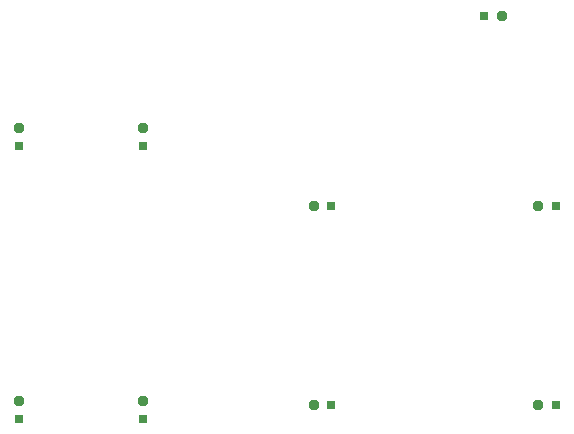
<source format=gbp>
G04*
G04 #@! TF.GenerationSoftware,Altium Limited,Altium Designer,20.1.8 (145)*
G04*
G04 Layer_Color=128*
%FSLAX25Y25*%
%MOIN*%
G70*
G04*
G04 #@! TF.SameCoordinates,97AE0E28-4285-446D-9869-D3FBB0DEE563*
G04*
G04*
G04 #@! TF.FilePolarity,Positive*
G04*
G01*
G75*
%ADD11R,0.03150X0.03150*%
G04:AMPARAMS|DCode=12|XSize=31.5mil|YSize=31.5mil|CornerRadius=7.87mil|HoleSize=0mil|Usage=FLASHONLY|Rotation=270.000|XOffset=0mil|YOffset=0mil|HoleType=Round|Shape=RoundedRectangle|*
%AMROUNDEDRECTD12*
21,1,0.03150,0.01575,0,0,270.0*
21,1,0.01575,0.03150,0,0,270.0*
1,1,0.01575,-0.00787,-0.00787*
1,1,0.01575,-0.00787,0.00787*
1,1,0.01575,0.00787,0.00787*
1,1,0.01575,0.00787,-0.00787*
%
%ADD12ROUNDEDRECTD12*%
G04:AMPARAMS|DCode=16|XSize=31.5mil|YSize=31.5mil|CornerRadius=7.87mil|HoleSize=0mil|Usage=FLASHONLY|Rotation=0.000|XOffset=0mil|YOffset=0mil|HoleType=Round|Shape=RoundedRectangle|*
%AMROUNDEDRECTD16*
21,1,0.03150,0.01575,0,0,0.0*
21,1,0.01575,0.03150,0,0,0.0*
1,1,0.01575,0.00787,-0.00787*
1,1,0.01575,-0.00787,-0.00787*
1,1,0.01575,-0.00787,0.00787*
1,1,0.01575,0.00787,0.00787*
%
%ADD16ROUNDEDRECTD16*%
%ADD17R,0.03150X0.03150*%
D11*
X34984Y53776D02*
D03*
X76323D02*
D03*
X34984Y144720D02*
D03*
X76323D02*
D03*
D12*
X34984Y59681D02*
D03*
X76323D02*
D03*
X34984Y150626D02*
D03*
X76323D02*
D03*
D16*
X196063Y188189D02*
D03*
X133236Y58579D02*
D03*
X208039D02*
D03*
X133236Y124917D02*
D03*
X208039D02*
D03*
D17*
X190157Y188189D02*
D03*
X139142Y58579D02*
D03*
X213945D02*
D03*
X139142Y124917D02*
D03*
X213945D02*
D03*
M02*

</source>
